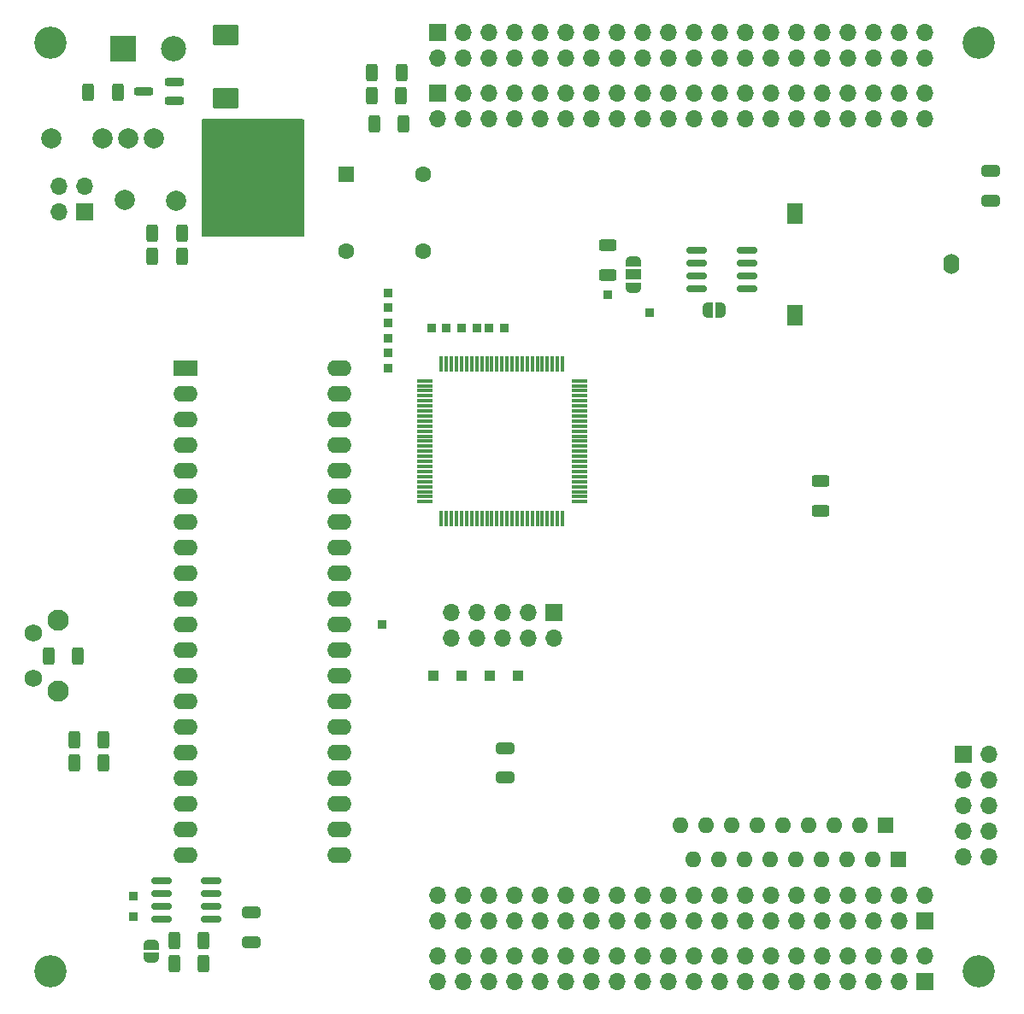
<source format=gbr>
%TF.GenerationSoftware,KiCad,Pcbnew,8.0.7-8.0.7-0~ubuntu22.04.1*%
%TF.CreationDate,2025-01-29T22:40:38+01:00*%
%TF.ProjectId,RAMROM_Board,52414d52-4f4d-45f4-926f-6172642e6b69,rev?*%
%TF.SameCoordinates,Original*%
%TF.FileFunction,Soldermask,Bot*%
%TF.FilePolarity,Negative*%
%FSLAX46Y46*%
G04 Gerber Fmt 4.6, Leading zero omitted, Abs format (unit mm)*
G04 Created by KiCad (PCBNEW 8.0.7-8.0.7-0~ubuntu22.04.1) date 2025-01-29 22:40:38*
%MOMM*%
%LPD*%
G01*
G04 APERTURE LIST*
G04 Aperture macros list*
%AMRoundRect*
0 Rectangle with rounded corners*
0 $1 Rounding radius*
0 $2 $3 $4 $5 $6 $7 $8 $9 X,Y pos of 4 corners*
0 Add a 4 corners polygon primitive as box body*
4,1,4,$2,$3,$4,$5,$6,$7,$8,$9,$2,$3,0*
0 Add four circle primitives for the rounded corners*
1,1,$1+$1,$2,$3*
1,1,$1+$1,$4,$5*
1,1,$1+$1,$6,$7*
1,1,$1+$1,$8,$9*
0 Add four rect primitives between the rounded corners*
20,1,$1+$1,$2,$3,$4,$5,0*
20,1,$1+$1,$4,$5,$6,$7,0*
20,1,$1+$1,$6,$7,$8,$9,0*
20,1,$1+$1,$8,$9,$2,$3,0*%
%AMFreePoly0*
4,1,19,0.500000,-0.750000,0.000000,-0.750000,0.000000,-0.744911,-0.071157,-0.744911,-0.207708,-0.704816,-0.327430,-0.627875,-0.420627,-0.520320,-0.479746,-0.390866,-0.500000,-0.250000,-0.500000,0.250000,-0.479746,0.390866,-0.420627,0.520320,-0.327430,0.627875,-0.207708,0.704816,-0.071157,0.744911,0.000000,0.744911,0.000000,0.750000,0.500000,0.750000,0.500000,-0.750000,0.500000,-0.750000,
$1*%
%AMFreePoly1*
4,1,19,0.000000,0.744911,0.071157,0.744911,0.207708,0.704816,0.327430,0.627875,0.420627,0.520320,0.479746,0.390866,0.500000,0.250000,0.500000,-0.250000,0.479746,-0.390866,0.420627,-0.520320,0.327430,-0.627875,0.207708,-0.704816,0.071157,-0.744911,0.000000,-0.744911,0.000000,-0.750000,-0.500000,-0.750000,-0.500000,0.750000,0.000000,0.750000,0.000000,0.744911,0.000000,0.744911,
$1*%
%AMFreePoly2*
4,1,19,0.550000,-0.750000,0.000000,-0.750000,0.000000,-0.744911,-0.071157,-0.744911,-0.207708,-0.704816,-0.327430,-0.627875,-0.420627,-0.520320,-0.479746,-0.390866,-0.500000,-0.250000,-0.500000,0.250000,-0.479746,0.390866,-0.420627,0.520320,-0.327430,0.627875,-0.207708,0.704816,-0.071157,0.744911,0.000000,0.744911,0.000000,0.750000,0.550000,0.750000,0.550000,-0.750000,0.550000,-0.750000,
$1*%
%AMFreePoly3*
4,1,19,0.000000,0.744911,0.071157,0.744911,0.207708,0.704816,0.327430,0.627875,0.420627,0.520320,0.479746,0.390866,0.500000,0.250000,0.500000,-0.250000,0.479746,-0.390866,0.420627,-0.520320,0.327430,-0.627875,0.207708,-0.704816,0.071157,-0.744911,0.000000,-0.744911,0.000000,-0.750000,-0.550000,-0.750000,-0.550000,0.750000,0.000000,0.750000,0.000000,0.744911,0.000000,0.744911,
$1*%
G04 Aperture macros list end*
%ADD10R,1.000000X1.000000*%
%ADD11R,1.600000X1.600000*%
%ADD12C,1.600000*%
%ADD13R,0.850000X0.850000*%
%ADD14R,1.700000X1.700000*%
%ADD15O,1.700000X1.700000*%
%ADD16RoundRect,0.150000X0.825000X0.150000X-0.825000X0.150000X-0.825000X-0.150000X0.825000X-0.150000X0*%
%ADD17R,2.400000X1.600000*%
%ADD18O,2.400000X1.600000*%
%ADD19R,2.500000X2.500000*%
%ADD20C,2.500000*%
%ADD21O,1.600000X1.600000*%
%ADD22C,2.100000*%
%ADD23C,1.750000*%
%ADD24C,3.200000*%
%ADD25R,1.600000X2.000000*%
%ADD26O,1.600000X2.000000*%
%ADD27C,2.000000*%
%ADD28RoundRect,0.250000X-0.625000X0.312500X-0.625000X-0.312500X0.625000X-0.312500X0.625000X0.312500X0*%
%ADD29FreePoly0,270.000000*%
%ADD30FreePoly1,270.000000*%
%ADD31RoundRect,0.250000X-0.312500X-0.625000X0.312500X-0.625000X0.312500X0.625000X-0.312500X0.625000X0*%
%ADD32RoundRect,0.250000X0.650000X-0.325000X0.650000X0.325000X-0.650000X0.325000X-0.650000X-0.325000X0*%
%ADD33FreePoly0,180.000000*%
%ADD34FreePoly1,180.000000*%
%ADD35RoundRect,0.075000X0.075000X-0.725000X0.075000X0.725000X-0.075000X0.725000X-0.075000X-0.725000X0*%
%ADD36RoundRect,0.075000X0.725000X-0.075000X0.725000X0.075000X-0.725000X0.075000X-0.725000X-0.075000X0*%
%ADD37RoundRect,0.250000X-0.650000X0.325000X-0.650000X-0.325000X0.650000X-0.325000X0.650000X0.325000X0*%
%ADD38RoundRect,0.250000X0.312500X0.625000X-0.312500X0.625000X-0.312500X-0.625000X0.312500X-0.625000X0*%
%ADD39RoundRect,0.250000X1.025000X-0.787500X1.025000X0.787500X-1.025000X0.787500X-1.025000X-0.787500X0*%
%ADD40RoundRect,0.200000X0.750000X0.200000X-0.750000X0.200000X-0.750000X-0.200000X0.750000X-0.200000X0*%
%ADD41FreePoly2,90.000000*%
%ADD42R,1.500000X1.000000*%
%ADD43FreePoly3,90.000000*%
G04 APERTURE END LIST*
D10*
%TO.C,J15*%
X91948000Y-116713000D03*
%TD*%
%TO.C,J13*%
X94742000Y-116713000D03*
%TD*%
%TO.C,J12*%
X97536000Y-116713000D03*
%TD*%
%TO.C,J4*%
X100330000Y-116713000D03*
%TD*%
D11*
%TO.C,X1*%
X83312000Y-67056000D03*
D12*
X83312000Y-74676000D03*
X90932000Y-74676000D03*
X90932000Y-67056000D03*
%TD*%
D13*
%TO.C,TP58*%
X96250000Y-82250000D03*
%TD*%
D14*
%TO.C,J8*%
X57404000Y-70739000D03*
D15*
X54864000Y-70739000D03*
X57404000Y-68199000D03*
X54864000Y-68199000D03*
%TD*%
D16*
%TO.C,U20*%
X122998000Y-74549000D03*
X122998000Y-75819000D03*
X122998000Y-77089000D03*
X122998000Y-78359000D03*
X118048000Y-78359000D03*
X118048000Y-77089000D03*
X118048000Y-75819000D03*
X118048000Y-74549000D03*
%TD*%
D13*
%TO.C,TP9*%
X62230000Y-138557000D03*
%TD*%
D14*
%TO.C,J1*%
X92367000Y-53000000D03*
D15*
X92367000Y-55540000D03*
X94907000Y-53000000D03*
X94907000Y-55540000D03*
X97447000Y-53000000D03*
X97447000Y-55540000D03*
X99987000Y-53000000D03*
X99987000Y-55540000D03*
X102527000Y-53000000D03*
X102527000Y-55540000D03*
X105067000Y-53000000D03*
X105067000Y-55540000D03*
X107607000Y-53000000D03*
X107607000Y-55540000D03*
X110147000Y-53000000D03*
X110147000Y-55540000D03*
X112687000Y-53000000D03*
X112687000Y-55540000D03*
X115227000Y-53000000D03*
X115227000Y-55540000D03*
X117767000Y-53000000D03*
X117767000Y-55540000D03*
X120307000Y-53000000D03*
X120307000Y-55540000D03*
X122847000Y-53000000D03*
X122847000Y-55540000D03*
X125387000Y-53000000D03*
X125387000Y-55540000D03*
X127927000Y-53000000D03*
X127927000Y-55540000D03*
X130467000Y-53000000D03*
X130467000Y-55540000D03*
X133007000Y-53000000D03*
X133007000Y-55540000D03*
X135547000Y-53000000D03*
X135547000Y-55540000D03*
X138087000Y-53000000D03*
X138087000Y-55540000D03*
X140627000Y-53000000D03*
X140627000Y-55540000D03*
%TD*%
D13*
%TO.C,TP57*%
X94750000Y-82250000D03*
%TD*%
D17*
%TO.C,J7*%
X67437000Y-86233000D03*
D18*
X67437000Y-88773000D03*
X67437000Y-91313000D03*
X67437000Y-93853000D03*
X67437000Y-96393000D03*
X67437000Y-98933000D03*
X67437000Y-101473000D03*
X67437000Y-104013000D03*
X67437000Y-106553000D03*
X67437000Y-109093000D03*
X67437000Y-111633000D03*
X67437000Y-114173000D03*
X67437000Y-116713000D03*
X67437000Y-119253000D03*
X67437000Y-121793000D03*
X67437000Y-124333000D03*
X67437000Y-126873000D03*
X67437000Y-129413000D03*
X67437000Y-131953000D03*
X67437000Y-134493000D03*
X82677000Y-134493000D03*
X82677000Y-131953000D03*
X82677000Y-129413000D03*
X82677000Y-126873000D03*
X82677000Y-124333000D03*
X82677000Y-121793000D03*
X82677000Y-119253000D03*
X82677000Y-116713000D03*
X82677000Y-114173000D03*
X82677000Y-111633000D03*
X82677000Y-109093000D03*
X82677000Y-106553000D03*
X82677000Y-104013000D03*
X82677000Y-101473000D03*
X82677000Y-98933000D03*
X82677000Y-96393000D03*
X82677000Y-93853000D03*
X82677000Y-91313000D03*
X82677000Y-88773000D03*
X82677000Y-86233000D03*
%TD*%
D14*
%TO.C,TP2*%
X140627000Y-141000000D03*
D15*
X140627000Y-138460000D03*
X138087000Y-141000000D03*
X138087000Y-138460000D03*
X135547000Y-141000000D03*
X135547000Y-138460000D03*
X133007000Y-141000000D03*
X133007000Y-138460000D03*
X130467000Y-141000000D03*
X130467000Y-138460000D03*
X127927000Y-141000000D03*
X127927000Y-138460000D03*
X125387000Y-141000000D03*
X125387000Y-138460000D03*
X122847000Y-141000000D03*
X122847000Y-138460000D03*
X120307000Y-141000000D03*
X120307000Y-138460000D03*
X117767000Y-141000000D03*
X117767000Y-138460000D03*
X115227000Y-141000000D03*
X115227000Y-138460000D03*
X112687000Y-141000000D03*
X112687000Y-138460000D03*
X110147000Y-141000000D03*
X110147000Y-138460000D03*
X107607000Y-141000000D03*
X107607000Y-138460000D03*
X105067000Y-141000000D03*
X105067000Y-138460000D03*
X102527000Y-141000000D03*
X102527000Y-138460000D03*
X99987000Y-141000000D03*
X99987000Y-138460000D03*
X97447000Y-141000000D03*
X97447000Y-138460000D03*
X94907000Y-141000000D03*
X94907000Y-138460000D03*
X92367000Y-141000000D03*
X92367000Y-138460000D03*
%TD*%
D19*
%TO.C,J5*%
X61200000Y-54600000D03*
D20*
X66200000Y-54600000D03*
%TD*%
D13*
%TO.C,TP10*%
X109220000Y-78994000D03*
%TD*%
%TO.C,TP49*%
X87500000Y-84750000D03*
%TD*%
D11*
%TO.C,RN4*%
X138049000Y-134955995D03*
D21*
X135509000Y-134955995D03*
X132969000Y-134955995D03*
X130429000Y-134955995D03*
X127889000Y-134955995D03*
X125349000Y-134955995D03*
X122809000Y-134955995D03*
X120269000Y-134955995D03*
X117729000Y-134955995D03*
%TD*%
D14*
%TO.C,J3*%
X103886000Y-110490000D03*
D15*
X103886000Y-113030000D03*
X101346000Y-110490000D03*
X101346000Y-113030000D03*
X98806000Y-110490000D03*
X98806000Y-113030000D03*
X96266000Y-110490000D03*
X96266000Y-113030000D03*
X93726000Y-110490000D03*
X93726000Y-113030000D03*
%TD*%
D13*
%TO.C,TP8*%
X62230000Y-140589000D03*
%TD*%
D11*
%TO.C,RN3*%
X136779000Y-131572000D03*
D21*
X134239000Y-131572000D03*
X131699000Y-131572000D03*
X129159000Y-131572000D03*
X126619000Y-131572000D03*
X124079000Y-131572000D03*
X121539000Y-131572000D03*
X118999000Y-131572000D03*
X116459000Y-131572000D03*
%TD*%
D22*
%TO.C,SW2*%
X54811500Y-118206000D03*
X54811500Y-111196000D03*
D23*
X52321500Y-116956000D03*
X52321500Y-112456000D03*
%TD*%
D14*
%TO.C,J2*%
X140627000Y-147000000D03*
D15*
X140627000Y-144460000D03*
X138087000Y-147000000D03*
X138087000Y-144460000D03*
X135547000Y-147000000D03*
X135547000Y-144460000D03*
X133007000Y-147000000D03*
X133007000Y-144460000D03*
X130467000Y-147000000D03*
X130467000Y-144460000D03*
X127927000Y-147000000D03*
X127927000Y-144460000D03*
X125387000Y-147000000D03*
X125387000Y-144460000D03*
X122847000Y-147000000D03*
X122847000Y-144460000D03*
X120307000Y-147000000D03*
X120307000Y-144460000D03*
X117767000Y-147000000D03*
X117767000Y-144460000D03*
X115227000Y-147000000D03*
X115227000Y-144460000D03*
X112687000Y-147000000D03*
X112687000Y-144460000D03*
X110147000Y-147000000D03*
X110147000Y-144460000D03*
X107607000Y-147000000D03*
X107607000Y-144460000D03*
X105067000Y-147000000D03*
X105067000Y-144460000D03*
X102527000Y-147000000D03*
X102527000Y-144460000D03*
X99987000Y-147000000D03*
X99987000Y-144460000D03*
X97447000Y-147000000D03*
X97447000Y-144460000D03*
X94907000Y-147000000D03*
X94907000Y-144460000D03*
X92367000Y-147000000D03*
X92367000Y-144460000D03*
%TD*%
D14*
%TO.C,J9*%
X144460000Y-124500000D03*
D15*
X147000000Y-124500000D03*
X144460000Y-127040000D03*
X147000000Y-127040000D03*
X144460000Y-129580000D03*
X147000000Y-129580000D03*
X144460000Y-132120000D03*
X147000000Y-132120000D03*
X144460000Y-134660000D03*
X147000000Y-134660000D03*
%TD*%
D13*
%TO.C,TP51*%
X87500000Y-81750000D03*
%TD*%
%TO.C,TP61*%
X97500000Y-82250000D03*
%TD*%
%TO.C,TP52*%
X87500000Y-80250000D03*
%TD*%
%TO.C,TP55*%
X91750000Y-82250000D03*
%TD*%
%TO.C,TP11*%
X113411000Y-80772000D03*
%TD*%
D24*
%TO.C,H3*%
X146000000Y-54000000D03*
%TD*%
D13*
%TO.C,TP14*%
X86868000Y-111633000D03*
%TD*%
D25*
%TO.C,BT1*%
X127762000Y-70946000D03*
X127762000Y-80946000D03*
D26*
X143262000Y-75946000D03*
%TD*%
D13*
%TO.C,TP48*%
X87500000Y-86250000D03*
%TD*%
D27*
%TO.C,SW1*%
X59220000Y-63500000D03*
X61760000Y-63500000D03*
X64300000Y-63500000D03*
X54140000Y-63500000D03*
%TD*%
D14*
%TO.C,TP1*%
X92367000Y-59000000D03*
D15*
X92367000Y-61540000D03*
X94907000Y-59000000D03*
X94907000Y-61540000D03*
X97447000Y-59000000D03*
X97447000Y-61540000D03*
X99987000Y-59000000D03*
X99987000Y-61540000D03*
X102527000Y-59000000D03*
X102527000Y-61540000D03*
X105067000Y-59000000D03*
X105067000Y-61540000D03*
X107607000Y-59000000D03*
X107607000Y-61540000D03*
X110147000Y-59000000D03*
X110147000Y-61540000D03*
X112687000Y-59000000D03*
X112687000Y-61540000D03*
X115227000Y-59000000D03*
X115227000Y-61540000D03*
X117767000Y-59000000D03*
X117767000Y-61540000D03*
X120307000Y-59000000D03*
X120307000Y-61540000D03*
X122847000Y-59000000D03*
X122847000Y-61540000D03*
X125387000Y-59000000D03*
X125387000Y-61540000D03*
X127927000Y-59000000D03*
X127927000Y-61540000D03*
X130467000Y-59000000D03*
X130467000Y-61540000D03*
X133007000Y-59000000D03*
X133007000Y-61540000D03*
X135547000Y-59000000D03*
X135547000Y-61540000D03*
X138087000Y-59000000D03*
X138087000Y-61540000D03*
X140627000Y-59000000D03*
X140627000Y-61540000D03*
%TD*%
D13*
%TO.C,TP50*%
X87500000Y-83250000D03*
%TD*%
D24*
%TO.C,H1*%
X54000000Y-54000000D03*
%TD*%
D13*
%TO.C,TP62*%
X99000000Y-82250000D03*
%TD*%
D24*
%TO.C,H2*%
X54000000Y-146000000D03*
%TD*%
D13*
%TO.C,TP53*%
X87500000Y-78750000D03*
%TD*%
%TO.C,TP56*%
X93250000Y-82250000D03*
%TD*%
D27*
%TO.C,F1*%
X61372000Y-69596000D03*
X66452000Y-69606000D03*
%TD*%
D24*
%TO.C,H4*%
X146000000Y-146000000D03*
%TD*%
D28*
%TO.C,R13*%
X130302000Y-97409000D03*
X130302000Y-100334000D03*
%TD*%
D29*
%TO.C,JP1*%
X64008000Y-143353000D03*
D30*
X64008000Y-144653000D03*
%TD*%
D31*
%TO.C,R11*%
X86100000Y-62000000D03*
X89025000Y-62000000D03*
%TD*%
D16*
%TO.C,U4*%
X69974000Y-137033000D03*
X69974000Y-138303000D03*
X69974000Y-139573000D03*
X69974000Y-140843000D03*
X65024000Y-140843000D03*
X65024000Y-139573000D03*
X65024000Y-138303000D03*
X65024000Y-137033000D03*
%TD*%
D32*
%TO.C,C3*%
X147160000Y-69653995D03*
X147160000Y-66703995D03*
%TD*%
D31*
%TO.C,R3*%
X56384000Y-123063000D03*
X59309000Y-123063000D03*
%TD*%
D33*
%TO.C,JP3*%
X120411000Y-80518000D03*
D34*
X119111000Y-80518000D03*
%TD*%
D35*
%TO.C,U13*%
X104750000Y-101147000D03*
X104250000Y-101147000D03*
X103750000Y-101147000D03*
X103250000Y-101147000D03*
X102750000Y-101147000D03*
X102250000Y-101147000D03*
X101750000Y-101147000D03*
X101250000Y-101147000D03*
X100750000Y-101147000D03*
X100250000Y-101147000D03*
X99750000Y-101147000D03*
X99250000Y-101147000D03*
X98750000Y-101147000D03*
X98250000Y-101147000D03*
X97750000Y-101147000D03*
X97250000Y-101147000D03*
X96750000Y-101147000D03*
X96250000Y-101147000D03*
X95750000Y-101147000D03*
X95250000Y-101147000D03*
X94750000Y-101147000D03*
X94250000Y-101147000D03*
X93750000Y-101147000D03*
X93250000Y-101147000D03*
X92750000Y-101147000D03*
D36*
X91075000Y-99472000D03*
X91075000Y-98972000D03*
X91075000Y-98472000D03*
X91075000Y-97972000D03*
X91075000Y-97472000D03*
X91075000Y-96972000D03*
X91075000Y-96472000D03*
X91075000Y-95972000D03*
X91075000Y-95472000D03*
X91075000Y-94972000D03*
X91075000Y-94472000D03*
X91075000Y-93972000D03*
X91075000Y-93472000D03*
X91075000Y-92972000D03*
X91075000Y-92472000D03*
X91075000Y-91972000D03*
X91075000Y-91472000D03*
X91075000Y-90972000D03*
X91075000Y-90472000D03*
X91075000Y-89972000D03*
X91075000Y-89472000D03*
X91075000Y-88972000D03*
X91075000Y-88472000D03*
X91075000Y-87972000D03*
X91075000Y-87472000D03*
D35*
X92750000Y-85797000D03*
X93250000Y-85797000D03*
X93750000Y-85797000D03*
X94250000Y-85797000D03*
X94750000Y-85797000D03*
X95250000Y-85797000D03*
X95750000Y-85797000D03*
X96250000Y-85797000D03*
X96750000Y-85797000D03*
X97250000Y-85797000D03*
X97750000Y-85797000D03*
X98250000Y-85797000D03*
X98750000Y-85797000D03*
X99250000Y-85797000D03*
X99750000Y-85797000D03*
X100250000Y-85797000D03*
X100750000Y-85797000D03*
X101250000Y-85797000D03*
X101750000Y-85797000D03*
X102250000Y-85797000D03*
X102750000Y-85797000D03*
X103250000Y-85797000D03*
X103750000Y-85797000D03*
X104250000Y-85797000D03*
X104750000Y-85797000D03*
D36*
X106425000Y-87472000D03*
X106425000Y-87972000D03*
X106425000Y-88472000D03*
X106425000Y-88972000D03*
X106425000Y-89472000D03*
X106425000Y-89972000D03*
X106425000Y-90472000D03*
X106425000Y-90972000D03*
X106425000Y-91472000D03*
X106425000Y-91972000D03*
X106425000Y-92472000D03*
X106425000Y-92972000D03*
X106425000Y-93472000D03*
X106425000Y-93972000D03*
X106425000Y-94472000D03*
X106425000Y-94972000D03*
X106425000Y-95472000D03*
X106425000Y-95972000D03*
X106425000Y-96472000D03*
X106425000Y-96972000D03*
X106425000Y-97472000D03*
X106425000Y-97972000D03*
X106425000Y-98472000D03*
X106425000Y-98972000D03*
X106425000Y-99472000D03*
%TD*%
D37*
%TO.C,C9*%
X99060000Y-123874000D03*
X99060000Y-126824000D03*
%TD*%
D38*
%TO.C,R1*%
X67056000Y-72898000D03*
X64131000Y-72898000D03*
%TD*%
D31*
%TO.C,R7*%
X85875000Y-56900000D03*
X88800000Y-56900000D03*
%TD*%
D37*
%TO.C,C17*%
X73914000Y-140179000D03*
X73914000Y-143129000D03*
%TD*%
D31*
%TO.C,R6*%
X66294000Y-145288000D03*
X69219000Y-145288000D03*
%TD*%
D28*
%TO.C,R9*%
X109220000Y-74041000D03*
X109220000Y-76966000D03*
%TD*%
D39*
%TO.C,C12*%
X71360000Y-59453995D03*
X71360000Y-53228995D03*
%TD*%
D38*
%TO.C,R10*%
X56769000Y-114808000D03*
X53844000Y-114808000D03*
%TD*%
D31*
%TO.C,R4*%
X56384000Y-125349000D03*
X59309000Y-125349000D03*
%TD*%
%TO.C,R5*%
X66294000Y-143002000D03*
X69219000Y-143002000D03*
%TD*%
D40*
%TO.C,Q2*%
X66270000Y-57851000D03*
X66270000Y-59751000D03*
X63270000Y-58801000D03*
%TD*%
D31*
%TO.C,R8*%
X85837500Y-59200000D03*
X88762500Y-59200000D03*
%TD*%
D38*
%TO.C,R2*%
X67056000Y-75184000D03*
X64131000Y-75184000D03*
%TD*%
D31*
%TO.C,R12*%
X57781000Y-58928000D03*
X60706000Y-58928000D03*
%TD*%
D41*
%TO.C,JP2*%
X111760000Y-78262000D03*
D42*
X111760000Y-76962000D03*
D43*
X111760000Y-75662000D03*
%TD*%
G36*
X79097419Y-61569027D02*
G01*
X79143177Y-61621828D01*
X79154386Y-61673373D01*
X79152026Y-73110021D01*
X79132328Y-73177056D01*
X79079514Y-73222800D01*
X79028026Y-73233995D01*
X69116000Y-73233995D01*
X69048961Y-73214310D01*
X69003206Y-73161506D01*
X68992000Y-73109995D01*
X68992000Y-61673986D01*
X69011685Y-61606947D01*
X69064489Y-61561192D01*
X69115992Y-61549986D01*
X79030378Y-61549347D01*
X79097419Y-61569027D01*
G37*
M02*

</source>
